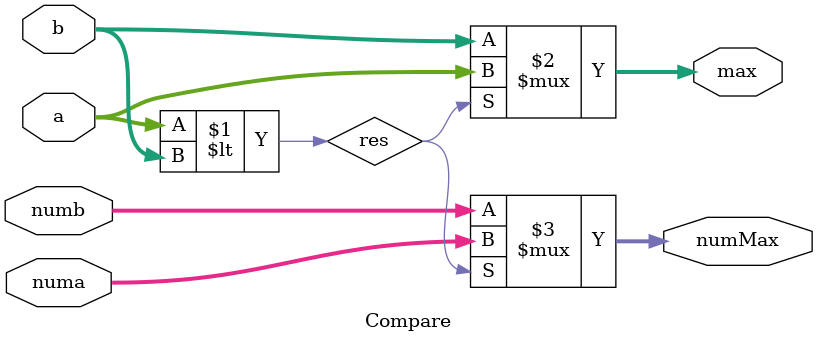
<source format=sv>
`ifndef __COMPARE_SV__
`define __COMPARE_SV__

`include "Define.sv"

module Compare #(
    parameter integer DW   = 32,
    parameter integer CLSW = 16
) (
  input  wire  [  DW - 1 : 0] a,
  input  wire  [CLSW - 1 : 0] numa,
  input  wire  [  DW - 1 : 0] b,
  input  wire  [CLSW - 1 : 0] numb,
  output logic [  DW - 1 : 0] max,
  output logic [CLSW - 1 : 0] numMax
);

  logic res;
  assign res = (a < b);
  assign max = res ? a : b;
  assign numMax = res ? numa : numb;

endmodule

`endif

</source>
